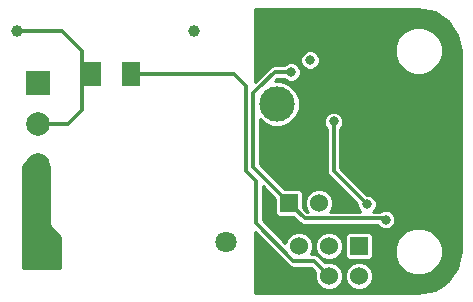
<source format=gbl>
G04 This is an RS-274x file exported by *
G04 gerbv version 2.5.0 *
G04 More information is available about gerbv at *
G04 http://gerbv.gpleda.org/ *
G04 --End of header info--*
%MOIN*%
%FSLAX23Y23*%
%IPPOS*%
G04 --Define apertures--*
%ADD10C,0.0060*%
%ADD11C,0.0709*%
%ADD12C,0.1024*%
%ADD13C,0.0315*%
%ADD14R,0.0600X0.0600*%
%ADD15C,0.0600*%
%ADD16R,0.0787X0.0787*%
%ADD17C,0.0787*%
%ADD18C,0.1181*%
%ADD19C,0.0394*%
%ADD20R,0.0600X0.0800*%
%ADD21C,0.1260*%
%ADD22C,0.0118*%
%ADD23C,0.0098*%
G04 --Start main section--*
G54D11*
G01X00185Y00189D03*
G01X00776Y00189D03*
G54D13*
G01X01055Y00795D03*
G01X01134Y00795D03*
G54D14*
G01X01218Y00176D03*
G54D15*
G01X01218Y00076D03*
G01X01118Y00176D03*
G01X01118Y00076D03*
G01X01018Y00176D03*
G01X01018Y00076D03*
G54D16*
G01X00150Y00720D03*
G54D17*
G01X00150Y00583D03*
G01X00150Y00445D03*
G54D14*
G01X00985Y00319D03*
G54D15*
G01X01085Y00319D03*
G54D18*
G01X00945Y00650D03*
G01X00945Y00492D03*
G54D19*
G01X00079Y00894D03*
G01X00669Y00894D03*
G54D20*
G01X00329Y00748D03*
G01X00459Y00748D03*
G54D13*
G01X01244Y00315D03*
G01X01134Y00591D03*
G01X00992Y00756D03*
G01X01307Y00264D03*
G54D22*
G01X01118Y00076D02*
G01X01068Y00126D01*
G01X00803Y00748D02*
G01X00459Y00748D01*
G01X00843Y00709D02*
G01X00803Y00748D01*
G01X00843Y00425D02*
G01X00843Y00709D01*
G01X00874Y00394D02*
G01X00843Y00425D01*
G01X00874Y00252D02*
G01X00874Y00394D01*
G01X01000Y00126D02*
G01X00874Y00252D01*
G01X01068Y00126D02*
G01X01000Y00126D01*
G01X01244Y00315D02*
G01X01134Y00425D01*
G01X01134Y00425D02*
G01X01134Y00591D01*
G01X00324Y00748D02*
G01X00295Y00748D01*
G01X00295Y00748D02*
G01X00299Y00748D01*
G01X00299Y00748D02*
G01X00295Y00748D01*
G01X00150Y00583D02*
G01X00248Y00583D01*
G01X00228Y00894D02*
G01X00079Y00894D01*
G01X00295Y00827D02*
G01X00228Y00894D01*
G01X00295Y00630D02*
G01X00295Y00748D01*
G01X00295Y00748D02*
G01X00295Y00827D01*
G01X00248Y00583D02*
G01X00295Y00630D01*
G01X00882Y00701D02*
G01X00866Y00685D01*
G01X00992Y00756D02*
G01X00937Y00756D01*
G01X00937Y00756D02*
G01X00882Y00701D01*
G01X00866Y00438D02*
G01X00985Y00319D01*
G01X00866Y00461D02*
G01X00866Y00438D01*
G01X00866Y00685D02*
G01X00866Y00461D01*
G01X00985Y00319D02*
G01X01037Y00268D01*
G01X01037Y00268D02*
G01X01303Y00268D01*
G01X01303Y00268D02*
G01X01307Y00264D01*
G54D10*
G36*
G01X00223Y00103D02*
G01X00099Y00103D01*
G01X00099Y00443D01*
G01X00132Y00475D01*
G01X00152Y00475D01*
G01X00184Y00443D01*
G01X00184Y00246D01*
G01X00223Y00207D01*
G01X00223Y00103D01*
G01X00223Y00103D01*
G37*
G54D23*
G01X00223Y00103D02*
G01X00099Y00103D01*
G01X00099Y00103D02*
G01X00099Y00443D01*
G01X00099Y00443D02*
G01X00132Y00475D01*
G01X00132Y00475D02*
G01X00152Y00475D01*
G01X00152Y00475D02*
G01X00184Y00443D01*
G01X00184Y00443D02*
G01X00184Y00246D01*
G01X00184Y00246D02*
G01X00223Y00207D01*
G01X00223Y00207D02*
G01X00223Y00103D01*
G54D10*
G36*
G01X01557Y00159D02*
G01X01546Y00104D01*
G01X01516Y00059D01*
G01X01497Y00046D01*
G01X01497Y00173D01*
G01X01497Y00843D01*
G01X01485Y00872D01*
G01X01463Y00894D01*
G01X01433Y00906D01*
G01X01402Y00907D01*
G01X01372Y00894D01*
G01X01350Y00872D01*
G01X01338Y00843D01*
G01X01338Y00811D01*
G01X01350Y00782D01*
G01X01372Y00759D01*
G01X01401Y00747D01*
G01X01433Y00747D01*
G01X01462Y00759D01*
G01X01485Y00782D01*
G01X01497Y00811D01*
G01X01497Y00843D01*
G01X01497Y00173D01*
G01X01485Y00203D01*
G01X01463Y00225D01*
G01X01433Y00237D01*
G01X01402Y00237D01*
G01X01372Y00225D01*
G01X01350Y00203D01*
G01X01338Y00173D01*
G01X01338Y00142D01*
G01X01350Y00112D01*
G01X01372Y00090D01*
G01X01401Y00078D01*
G01X01433Y00078D01*
G01X01462Y00090D01*
G01X01485Y00112D01*
G01X01497Y00142D01*
G01X01497Y00173D01*
G01X01497Y00046D01*
G01X01471Y00029D01*
G01X01416Y00018D01*
G01X01265Y00018D01*
G01X01265Y00085D01*
G01X01265Y00085D01*
G01X01265Y00149D01*
G01X01265Y00209D01*
G01X01262Y00215D01*
G01X01258Y00220D01*
G01X01251Y00223D01*
G01X01245Y00223D01*
G01X01185Y00223D01*
G01X01179Y00220D01*
G01X01174Y00215D01*
G01X01171Y00209D01*
G01X01171Y00203D01*
G01X01171Y00143D01*
G01X01174Y00137D01*
G01X01179Y00132D01*
G01X01185Y00129D01*
G01X01191Y00129D01*
G01X01251Y00129D01*
G01X01258Y00132D01*
G01X01262Y00136D01*
G01X01265Y00143D01*
G01X01265Y00149D01*
G01X01265Y00085D01*
G01X01258Y00102D01*
G01X01245Y00116D01*
G01X01227Y00123D01*
G01X01209Y00123D01*
G01X01192Y00116D01*
G01X01179Y00102D01*
G01X01171Y00085D01*
G01X01171Y00067D01*
G01X01178Y00050D01*
G01X01192Y00036D01*
G01X01209Y00029D01*
G01X01227Y00029D01*
G01X01245Y00036D01*
G01X01258Y00049D01*
G01X01265Y00067D01*
G01X01265Y00085D01*
G01X01265Y00018D01*
G01X00871Y00018D01*
G01X00871Y00223D01*
G01X00984Y00110D01*
G01X00984Y00110D01*
G01X00991Y00105D01*
G01X01000Y00103D01*
G01X01059Y00103D01*
G01X01073Y00089D01*
G01X01071Y00085D01*
G01X01071Y00067D01*
G01X01078Y00050D01*
G01X01092Y00036D01*
G01X01109Y00029D01*
G01X01127Y00029D01*
G01X01145Y00036D01*
G01X01158Y00049D01*
G01X01165Y00067D01*
G01X01165Y00085D01*
G01X01165Y00185D01*
G01X01158Y00202D01*
G01X01145Y00216D01*
G01X01127Y00223D01*
G01X01109Y00223D01*
G01X01092Y00216D01*
G01X01079Y00202D01*
G01X01071Y00185D01*
G01X01071Y00167D01*
G01X01078Y00150D01*
G01X01092Y00136D01*
G01X01109Y00129D01*
G01X01127Y00129D01*
G01X01145Y00136D01*
G01X01158Y00149D01*
G01X01165Y00167D01*
G01X01165Y00185D01*
G01X01165Y00085D01*
G01X01158Y00102D01*
G01X01145Y00116D01*
G01X01127Y00123D01*
G01X01109Y00123D01*
G01X01105Y00121D01*
G01X01084Y00142D01*
G01X01077Y00147D01*
G01X01068Y00149D01*
G01X01057Y00149D01*
G01X01058Y00149D01*
G01X01065Y00167D01*
G01X01065Y00185D01*
G01X01058Y00202D01*
G01X01045Y00216D01*
G01X01027Y00223D01*
G01X01009Y00223D01*
G01X00992Y00216D01*
G01X00979Y00202D01*
G01X00972Y00186D01*
G01X00897Y00261D01*
G01X00897Y00376D01*
G01X00939Y00334D01*
G01X00939Y00286D01*
G01X00941Y00279D01*
G01X00946Y00275D01*
G01X00952Y00272D01*
G01X00959Y00272D01*
G01X01000Y00272D01*
G01X01021Y00252D01*
G01X01021Y00252D01*
G01X01026Y00248D01*
G01X01028Y00247D01*
G01X01028Y00247D01*
G01X01037Y00245D01*
G01X01280Y00245D01*
G01X01289Y00236D01*
G01X01301Y00231D01*
G01X01314Y00231D01*
G01X01325Y00236D01*
G01X01335Y00245D01*
G01X01340Y00257D01*
G01X01340Y00270D01*
G01X01335Y00282D01*
G01X01326Y00291D01*
G01X01314Y00296D01*
G01X01301Y00296D01*
G01X01289Y00291D01*
G01X01288Y00290D01*
G01X01265Y00290D01*
G01X01272Y00297D01*
G01X01277Y00308D01*
G01X01277Y00321D01*
G01X01272Y00333D01*
G01X01263Y00342D01*
G01X01251Y00347D01*
G01X01244Y00347D01*
G01X01156Y00435D01*
G01X01156Y00567D01*
G01X01161Y00572D01*
G01X01166Y00584D01*
G01X01166Y00597D01*
G01X01161Y00609D01*
G01X01152Y00618D01*
G01X01140Y00623D01*
G01X01127Y00623D01*
G01X01115Y00618D01*
G01X01106Y00609D01*
G01X01101Y00597D01*
G01X01101Y00584D01*
G01X01106Y00572D01*
G01X01111Y00567D01*
G01X01111Y00425D01*
G01X01113Y00417D01*
G01X01118Y00409D01*
G01X01212Y00315D01*
G01X01212Y00309D01*
G01X01217Y00297D01*
G01X01223Y00290D01*
G01X01123Y00290D01*
G01X01125Y00292D01*
G01X01132Y00310D01*
G01X01132Y00328D01*
G01X01125Y00345D01*
G01X01112Y00358D01*
G01X01095Y00366D01*
G01X01088Y00366D01*
G01X01088Y00802D01*
G01X01083Y00814D01*
G01X01074Y00823D01*
G01X01062Y00828D01*
G01X01049Y00828D01*
G01X01037Y00823D01*
G01X01028Y00814D01*
G01X01023Y00802D01*
G01X01023Y00789D01*
G01X01028Y00777D01*
G01X01037Y00768D01*
G01X01049Y00763D01*
G01X01062Y00763D01*
G01X01073Y00768D01*
G01X01083Y00777D01*
G01X01088Y00789D01*
G01X01088Y00802D01*
G01X01088Y00366D01*
G01X01076Y00366D01*
G01X01059Y00359D01*
G01X01046Y00345D01*
G01X01039Y00328D01*
G01X01039Y00310D01*
G01X01046Y00292D01*
G01X01048Y00290D01*
G01X01046Y00290D01*
G01X01032Y00304D01*
G01X01032Y00352D01*
G01X01030Y00358D01*
G01X01025Y00363D01*
G01X01019Y00366D01*
G01X01012Y00366D01*
G01X00971Y00366D01*
G01X00889Y00448D01*
G01X00889Y00461D01*
G01X00889Y00599D01*
G01X00902Y00585D01*
G01X00930Y00574D01*
G01X00960Y00574D01*
G01X00988Y00585D01*
G01X01009Y00607D01*
G01X01021Y00634D01*
G01X01021Y00665D01*
G01X01009Y00692D01*
G01X00988Y00714D01*
G01X00960Y00725D01*
G01X00939Y00725D01*
G01X00946Y00733D01*
G01X00969Y00733D01*
G01X00974Y00728D01*
G01X00986Y00723D01*
G01X00999Y00723D01*
G01X01011Y00728D01*
G01X01020Y00737D01*
G01X01025Y00749D01*
G01X01025Y00762D01*
G01X01020Y00774D01*
G01X01011Y00783D01*
G01X00999Y00788D01*
G01X00986Y00788D01*
G01X00974Y00783D01*
G01X00969Y00779D01*
G01X00937Y00779D01*
G01X00928Y00777D01*
G01X00926Y00775D01*
G01X00921Y00772D01*
G01X00871Y00722D01*
G01X00871Y00967D01*
G01X01416Y00967D01*
G01X01471Y00956D01*
G01X01516Y00925D01*
G01X01546Y00880D01*
G01X01557Y00825D01*
G01X01557Y00159D01*
G01X01557Y00159D01*
G37*
G54D23*
G01X01557Y00159D02*
G01X01546Y00104D01*
G01X01546Y00104D02*
G01X01516Y00059D01*
G01X01516Y00059D02*
G01X01497Y00046D01*
G01X01497Y00046D02*
G01X01497Y00173D01*
G01X01497Y00173D02*
G01X01497Y00843D01*
G01X01497Y00843D02*
G01X01485Y00872D01*
G01X01485Y00872D02*
G01X01463Y00894D01*
G01X01463Y00894D02*
G01X01433Y00906D01*
G01X01433Y00906D02*
G01X01402Y00907D01*
G01X01402Y00907D02*
G01X01372Y00894D01*
G01X01372Y00894D02*
G01X01350Y00872D01*
G01X01350Y00872D02*
G01X01338Y00843D01*
G01X01338Y00843D02*
G01X01338Y00811D01*
G01X01338Y00811D02*
G01X01350Y00782D01*
G01X01350Y00782D02*
G01X01372Y00759D01*
G01X01372Y00759D02*
G01X01401Y00747D01*
G01X01401Y00747D02*
G01X01433Y00747D01*
G01X01433Y00747D02*
G01X01462Y00759D01*
G01X01462Y00759D02*
G01X01485Y00782D01*
G01X01485Y00782D02*
G01X01497Y00811D01*
G01X01497Y00811D02*
G01X01497Y00843D01*
G01X01497Y00843D02*
G01X01497Y00173D01*
G01X01497Y00173D02*
G01X01485Y00203D01*
G01X01485Y00203D02*
G01X01463Y00225D01*
G01X01463Y00225D02*
G01X01433Y00237D01*
G01X01433Y00237D02*
G01X01402Y00237D01*
G01X01402Y00237D02*
G01X01372Y00225D01*
G01X01372Y00225D02*
G01X01350Y00203D01*
G01X01350Y00203D02*
G01X01338Y00173D01*
G01X01338Y00173D02*
G01X01338Y00142D01*
G01X01338Y00142D02*
G01X01350Y00112D01*
G01X01350Y00112D02*
G01X01372Y00090D01*
G01X01372Y00090D02*
G01X01401Y00078D01*
G01X01401Y00078D02*
G01X01433Y00078D01*
G01X01433Y00078D02*
G01X01462Y00090D01*
G01X01462Y00090D02*
G01X01485Y00112D01*
G01X01485Y00112D02*
G01X01497Y00142D01*
G01X01497Y00142D02*
G01X01497Y00173D01*
G01X01497Y00173D02*
G01X01497Y00046D01*
G01X01497Y00046D02*
G01X01471Y00029D01*
G01X01471Y00029D02*
G01X01416Y00018D01*
G01X01416Y00018D02*
G01X01265Y00018D01*
G01X01265Y00018D02*
G01X01265Y00085D01*
G01X01265Y00085D02*
G01X01265Y00085D01*
G01X01265Y00085D02*
G01X01265Y00149D01*
G01X01265Y00149D02*
G01X01265Y00209D01*
G01X01265Y00209D02*
G01X01262Y00215D01*
G01X01262Y00215D02*
G01X01258Y00220D01*
G01X01258Y00220D02*
G01X01251Y00223D01*
G01X01251Y00223D02*
G01X01245Y00223D01*
G01X01245Y00223D02*
G01X01185Y00223D01*
G01X01185Y00223D02*
G01X01179Y00220D01*
G01X01179Y00220D02*
G01X01174Y00215D01*
G01X01174Y00215D02*
G01X01171Y00209D01*
G01X01171Y00209D02*
G01X01171Y00203D01*
G01X01171Y00203D02*
G01X01171Y00143D01*
G01X01171Y00143D02*
G01X01174Y00137D01*
G01X01174Y00137D02*
G01X01179Y00132D01*
G01X01179Y00132D02*
G01X01185Y00129D01*
G01X01185Y00129D02*
G01X01191Y00129D01*
G01X01191Y00129D02*
G01X01251Y00129D01*
G01X01251Y00129D02*
G01X01258Y00132D01*
G01X01258Y00132D02*
G01X01262Y00136D01*
G01X01262Y00136D02*
G01X01265Y00143D01*
G01X01265Y00143D02*
G01X01265Y00149D01*
G01X01265Y00149D02*
G01X01265Y00085D01*
G01X01265Y00085D02*
G01X01258Y00102D01*
G01X01258Y00102D02*
G01X01245Y00116D01*
G01X01245Y00116D02*
G01X01227Y00123D01*
G01X01227Y00123D02*
G01X01209Y00123D01*
G01X01209Y00123D02*
G01X01192Y00116D01*
G01X01192Y00116D02*
G01X01179Y00102D01*
G01X01179Y00102D02*
G01X01171Y00085D01*
G01X01171Y00085D02*
G01X01171Y00067D01*
G01X01171Y00067D02*
G01X01178Y00050D01*
G01X01178Y00050D02*
G01X01192Y00036D01*
G01X01192Y00036D02*
G01X01209Y00029D01*
G01X01209Y00029D02*
G01X01227Y00029D01*
G01X01227Y00029D02*
G01X01245Y00036D01*
G01X01245Y00036D02*
G01X01258Y00049D01*
G01X01258Y00049D02*
G01X01265Y00067D01*
G01X01265Y00067D02*
G01X01265Y00085D01*
G01X01265Y00085D02*
G01X01265Y00018D01*
G01X01265Y00018D02*
G01X00871Y00018D01*
G01X00871Y00018D02*
G01X00871Y00223D01*
G01X00871Y00223D02*
G01X00984Y00110D01*
G01X00984Y00110D02*
G01X00984Y00110D01*
G01X00984Y00110D02*
G01X00991Y00105D01*
G01X00991Y00105D02*
G01X01000Y00103D01*
G01X01000Y00103D02*
G01X01059Y00103D01*
G01X01059Y00103D02*
G01X01073Y00089D01*
G01X01073Y00089D02*
G01X01071Y00085D01*
G01X01071Y00085D02*
G01X01071Y00067D01*
G01X01071Y00067D02*
G01X01078Y00050D01*
G01X01078Y00050D02*
G01X01092Y00036D01*
G01X01092Y00036D02*
G01X01109Y00029D01*
G01X01109Y00029D02*
G01X01127Y00029D01*
G01X01127Y00029D02*
G01X01145Y00036D01*
G01X01145Y00036D02*
G01X01158Y00049D01*
G01X01158Y00049D02*
G01X01165Y00067D01*
G01X01165Y00067D02*
G01X01165Y00085D01*
G01X01165Y00085D02*
G01X01165Y00185D01*
G01X01165Y00185D02*
G01X01158Y00202D01*
G01X01158Y00202D02*
G01X01145Y00216D01*
G01X01145Y00216D02*
G01X01127Y00223D01*
G01X01127Y00223D02*
G01X01109Y00223D01*
G01X01109Y00223D02*
G01X01092Y00216D01*
G01X01092Y00216D02*
G01X01079Y00202D01*
G01X01079Y00202D02*
G01X01071Y00185D01*
G01X01071Y00185D02*
G01X01071Y00167D01*
G01X01071Y00167D02*
G01X01078Y00150D01*
G01X01078Y00150D02*
G01X01092Y00136D01*
G01X01092Y00136D02*
G01X01109Y00129D01*
G01X01109Y00129D02*
G01X01127Y00129D01*
G01X01127Y00129D02*
G01X01145Y00136D01*
G01X01145Y00136D02*
G01X01158Y00149D01*
G01X01158Y00149D02*
G01X01165Y00167D01*
G01X01165Y00167D02*
G01X01165Y00185D01*
G01X01165Y00185D02*
G01X01165Y00085D01*
G01X01165Y00085D02*
G01X01158Y00102D01*
G01X01158Y00102D02*
G01X01145Y00116D01*
G01X01145Y00116D02*
G01X01127Y00123D01*
G01X01127Y00123D02*
G01X01109Y00123D01*
G01X01109Y00123D02*
G01X01105Y00121D01*
G01X01105Y00121D02*
G01X01084Y00142D01*
G01X01084Y00142D02*
G01X01077Y00147D01*
G01X01077Y00147D02*
G01X01068Y00149D01*
G01X01068Y00149D02*
G01X01057Y00149D01*
G01X01057Y00149D02*
G01X01058Y00149D01*
G01X01058Y00149D02*
G01X01065Y00167D01*
G01X01065Y00167D02*
G01X01065Y00185D01*
G01X01065Y00185D02*
G01X01058Y00202D01*
G01X01058Y00202D02*
G01X01045Y00216D01*
G01X01045Y00216D02*
G01X01027Y00223D01*
G01X01027Y00223D02*
G01X01009Y00223D01*
G01X01009Y00223D02*
G01X00992Y00216D01*
G01X00992Y00216D02*
G01X00979Y00202D01*
G01X00979Y00202D02*
G01X00972Y00186D01*
G01X00972Y00186D02*
G01X00897Y00261D01*
G01X00897Y00261D02*
G01X00897Y00376D01*
G01X00897Y00376D02*
G01X00939Y00334D01*
G01X00939Y00334D02*
G01X00939Y00286D01*
G01X00939Y00286D02*
G01X00941Y00279D01*
G01X00941Y00279D02*
G01X00946Y00275D01*
G01X00946Y00275D02*
G01X00952Y00272D01*
G01X00952Y00272D02*
G01X00959Y00272D01*
G01X00959Y00272D02*
G01X01000Y00272D01*
G01X01000Y00272D02*
G01X01021Y00252D01*
G01X01021Y00252D02*
G01X01021Y00252D01*
G01X01021Y00252D02*
G01X01026Y00248D01*
G01X01026Y00248D02*
G01X01028Y00247D01*
G01X01028Y00247D02*
G01X01028Y00247D01*
G01X01028Y00247D02*
G01X01037Y00245D01*
G01X01037Y00245D02*
G01X01280Y00245D01*
G01X01280Y00245D02*
G01X01289Y00236D01*
G01X01289Y00236D02*
G01X01301Y00231D01*
G01X01301Y00231D02*
G01X01314Y00231D01*
G01X01314Y00231D02*
G01X01325Y00236D01*
G01X01325Y00236D02*
G01X01335Y00245D01*
G01X01335Y00245D02*
G01X01340Y00257D01*
G01X01340Y00257D02*
G01X01340Y00270D01*
G01X01340Y00270D02*
G01X01335Y00282D01*
G01X01335Y00282D02*
G01X01326Y00291D01*
G01X01326Y00291D02*
G01X01314Y00296D01*
G01X01314Y00296D02*
G01X01301Y00296D01*
G01X01301Y00296D02*
G01X01289Y00291D01*
G01X01289Y00291D02*
G01X01288Y00290D01*
G01X01288Y00290D02*
G01X01265Y00290D01*
G01X01265Y00290D02*
G01X01272Y00297D01*
G01X01272Y00297D02*
G01X01277Y00308D01*
G01X01277Y00308D02*
G01X01277Y00321D01*
G01X01277Y00321D02*
G01X01272Y00333D01*
G01X01272Y00333D02*
G01X01263Y00342D01*
G01X01263Y00342D02*
G01X01251Y00347D01*
G01X01251Y00347D02*
G01X01244Y00347D01*
G01X01244Y00347D02*
G01X01156Y00435D01*
G01X01156Y00435D02*
G01X01156Y00567D01*
G01X01156Y00567D02*
G01X01161Y00572D01*
G01X01161Y00572D02*
G01X01166Y00584D01*
G01X01166Y00584D02*
G01X01166Y00597D01*
G01X01166Y00597D02*
G01X01161Y00609D01*
G01X01161Y00609D02*
G01X01152Y00618D01*
G01X01152Y00618D02*
G01X01140Y00623D01*
G01X01140Y00623D02*
G01X01127Y00623D01*
G01X01127Y00623D02*
G01X01115Y00618D01*
G01X01115Y00618D02*
G01X01106Y00609D01*
G01X01106Y00609D02*
G01X01101Y00597D01*
G01X01101Y00597D02*
G01X01101Y00584D01*
G01X01101Y00584D02*
G01X01106Y00572D01*
G01X01106Y00572D02*
G01X01111Y00567D01*
G01X01111Y00567D02*
G01X01111Y00425D01*
G01X01111Y00425D02*
G01X01113Y00417D01*
G01X01113Y00417D02*
G01X01118Y00409D01*
G01X01118Y00409D02*
G01X01212Y00315D01*
G01X01212Y00315D02*
G01X01212Y00309D01*
G01X01212Y00309D02*
G01X01217Y00297D01*
G01X01217Y00297D02*
G01X01223Y00290D01*
G01X01223Y00290D02*
G01X01123Y00290D01*
G01X01123Y00290D02*
G01X01125Y00292D01*
G01X01125Y00292D02*
G01X01132Y00310D01*
G01X01132Y00310D02*
G01X01132Y00328D01*
G01X01132Y00328D02*
G01X01125Y00345D01*
G01X01125Y00345D02*
G01X01112Y00358D01*
G01X01112Y00358D02*
G01X01095Y00366D01*
G01X01095Y00366D02*
G01X01088Y00366D01*
G01X01088Y00366D02*
G01X01088Y00802D01*
G01X01088Y00802D02*
G01X01083Y00814D01*
G01X01083Y00814D02*
G01X01074Y00823D01*
G01X01074Y00823D02*
G01X01062Y00828D01*
G01X01062Y00828D02*
G01X01049Y00828D01*
G01X01049Y00828D02*
G01X01037Y00823D01*
G01X01037Y00823D02*
G01X01028Y00814D01*
G01X01028Y00814D02*
G01X01023Y00802D01*
G01X01023Y00802D02*
G01X01023Y00789D01*
G01X01023Y00789D02*
G01X01028Y00777D01*
G01X01028Y00777D02*
G01X01037Y00768D01*
G01X01037Y00768D02*
G01X01049Y00763D01*
G01X01049Y00763D02*
G01X01062Y00763D01*
G01X01062Y00763D02*
G01X01073Y00768D01*
G01X01073Y00768D02*
G01X01083Y00777D01*
G01X01083Y00777D02*
G01X01088Y00789D01*
G01X01088Y00789D02*
G01X01088Y00802D01*
G01X01088Y00802D02*
G01X01088Y00366D01*
G01X01088Y00366D02*
G01X01076Y00366D01*
G01X01076Y00366D02*
G01X01059Y00359D01*
G01X01059Y00359D02*
G01X01046Y00345D01*
G01X01046Y00345D02*
G01X01039Y00328D01*
G01X01039Y00328D02*
G01X01039Y00310D01*
G01X01039Y00310D02*
G01X01046Y00292D01*
G01X01046Y00292D02*
G01X01048Y00290D01*
G01X01048Y00290D02*
G01X01046Y00290D01*
G01X01046Y00290D02*
G01X01032Y00304D01*
G01X01032Y00304D02*
G01X01032Y00352D01*
G01X01032Y00352D02*
G01X01030Y00358D01*
G01X01030Y00358D02*
G01X01025Y00363D01*
G01X01025Y00363D02*
G01X01019Y00366D01*
G01X01019Y00366D02*
G01X01012Y00366D01*
G01X01012Y00366D02*
G01X00971Y00366D01*
G01X00971Y00366D02*
G01X00889Y00448D01*
G01X00889Y00448D02*
G01X00889Y00461D01*
G01X00889Y00461D02*
G01X00889Y00599D01*
G01X00889Y00599D02*
G01X00902Y00585D01*
G01X00902Y00585D02*
G01X00930Y00574D01*
G01X00930Y00574D02*
G01X00960Y00574D01*
G01X00960Y00574D02*
G01X00988Y00585D01*
G01X00988Y00585D02*
G01X01009Y00607D01*
G01X01009Y00607D02*
G01X01021Y00634D01*
G01X01021Y00634D02*
G01X01021Y00665D01*
G01X01021Y00665D02*
G01X01009Y00692D01*
G01X01009Y00692D02*
G01X00988Y00714D01*
G01X00988Y00714D02*
G01X00960Y00725D01*
G01X00960Y00725D02*
G01X00939Y00725D01*
G01X00939Y00725D02*
G01X00946Y00733D01*
G01X00946Y00733D02*
G01X00969Y00733D01*
G01X00969Y00733D02*
G01X00974Y00728D01*
G01X00974Y00728D02*
G01X00986Y00723D01*
G01X00986Y00723D02*
G01X00999Y00723D01*
G01X00999Y00723D02*
G01X01011Y00728D01*
G01X01011Y00728D02*
G01X01020Y00737D01*
G01X01020Y00737D02*
G01X01025Y00749D01*
G01X01025Y00749D02*
G01X01025Y00762D01*
G01X01025Y00762D02*
G01X01020Y00774D01*
G01X01020Y00774D02*
G01X01011Y00783D01*
G01X01011Y00783D02*
G01X00999Y00788D01*
G01X00999Y00788D02*
G01X00986Y00788D01*
G01X00986Y00788D02*
G01X00974Y00783D01*
G01X00974Y00783D02*
G01X00969Y00779D01*
G01X00969Y00779D02*
G01X00937Y00779D01*
G01X00937Y00779D02*
G01X00928Y00777D01*
G01X00928Y00777D02*
G01X00926Y00775D01*
G01X00926Y00775D02*
G01X00921Y00772D01*
G01X00921Y00772D02*
G01X00871Y00722D01*
G01X00871Y00722D02*
G01X00871Y00967D01*
G01X00871Y00967D02*
G01X01416Y00967D01*
G01X01416Y00967D02*
G01X01471Y00956D01*
G01X01471Y00956D02*
G01X01516Y00925D01*
G01X01516Y00925D02*
G01X01546Y00880D01*
G01X01546Y00880D02*
G01X01557Y00825D01*
G01X01557Y00825D02*
G01X01557Y00159D01*
M02*

</source>
